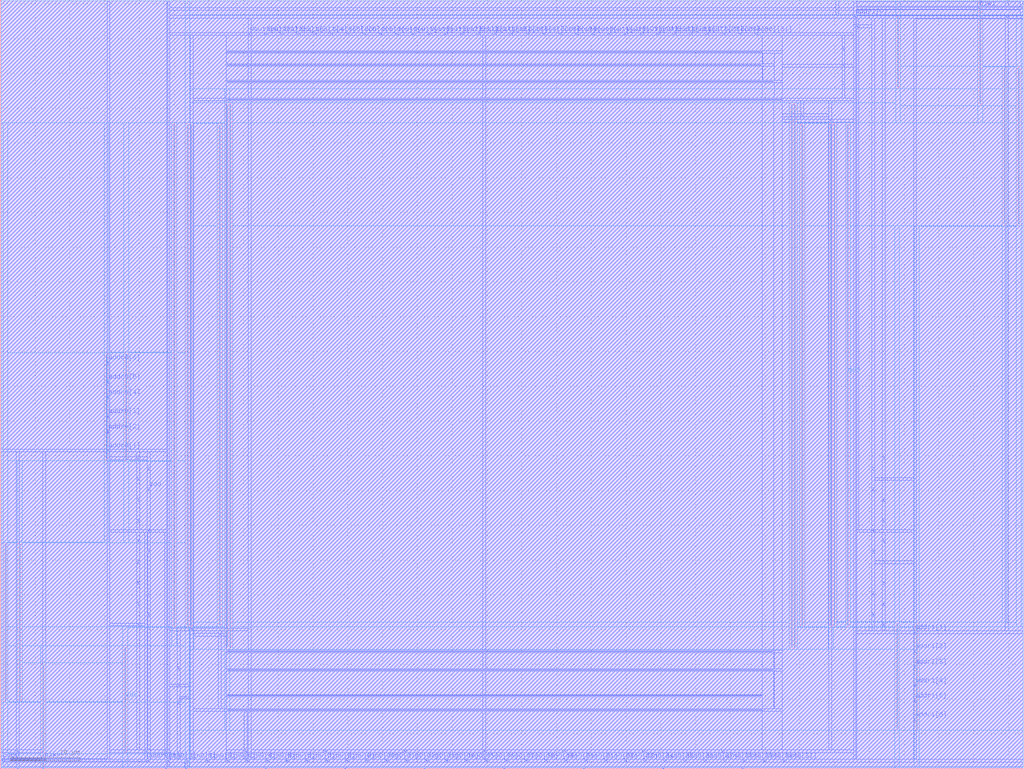
<source format=lef>
VERSION 5.4 ;
NAMESCASESENSITIVE ON ;
BUSBITCHARS "[]" ;
DIVIDERCHAR "/" ;
UNITS
  DATABASE MICRONS 2000 ;
END UNITS
MACRO freepdk45_sram_1w1r_96x32_32
   CLASS BLOCK ;
   SIZE 147.245 BY 110.59 ;
   SYMMETRY X Y R90 ;
   PIN din0[0]
      DIRECTION INPUT ;
      PORT
         LAYER metal3 ;
         RECT  24.075 1.1075 24.21 1.2425 ;
      END
   END din0[0]
   PIN din0[1]
      DIRECTION INPUT ;
      PORT
         LAYER metal3 ;
         RECT  26.935 1.1075 27.07 1.2425 ;
      END
   END din0[1]
   PIN din0[2]
      DIRECTION INPUT ;
      PORT
         LAYER metal3 ;
         RECT  29.795 1.1075 29.93 1.2425 ;
      END
   END din0[2]
   PIN din0[3]
      DIRECTION INPUT ;
      PORT
         LAYER metal3 ;
         RECT  32.655 1.1075 32.79 1.2425 ;
      END
   END din0[3]
   PIN din0[4]
      DIRECTION INPUT ;
      PORT
         LAYER metal3 ;
         RECT  35.515 1.1075 35.65 1.2425 ;
      END
   END din0[4]
   PIN din0[5]
      DIRECTION INPUT ;
      PORT
         LAYER metal3 ;
         RECT  38.375 1.1075 38.51 1.2425 ;
      END
   END din0[5]
   PIN din0[6]
      DIRECTION INPUT ;
      PORT
         LAYER metal3 ;
         RECT  41.235 1.1075 41.37 1.2425 ;
      END
   END din0[6]
   PIN din0[7]
      DIRECTION INPUT ;
      PORT
         LAYER metal3 ;
         RECT  44.095 1.1075 44.23 1.2425 ;
      END
   END din0[7]
   PIN din0[8]
      DIRECTION INPUT ;
      PORT
         LAYER metal3 ;
         RECT  46.955 1.1075 47.09 1.2425 ;
      END
   END din0[8]
   PIN din0[9]
      DIRECTION INPUT ;
      PORT
         LAYER metal3 ;
         RECT  49.815 1.1075 49.95 1.2425 ;
      END
   END din0[9]
   PIN din0[10]
      DIRECTION INPUT ;
      PORT
         LAYER metal3 ;
         RECT  52.675 1.1075 52.81 1.2425 ;
      END
   END din0[10]
   PIN din0[11]
      DIRECTION INPUT ;
      PORT
         LAYER metal3 ;
         RECT  55.535 1.1075 55.67 1.2425 ;
      END
   END din0[11]
   PIN din0[12]
      DIRECTION INPUT ;
      PORT
         LAYER metal3 ;
         RECT  58.395 1.1075 58.53 1.2425 ;
      END
   END din0[12]
   PIN din0[13]
      DIRECTION INPUT ;
      PORT
         LAYER metal3 ;
         RECT  61.255 1.1075 61.39 1.2425 ;
      END
   END din0[13]
   PIN din0[14]
      DIRECTION INPUT ;
      PORT
         LAYER metal3 ;
         RECT  64.115 1.1075 64.25 1.2425 ;
      END
   END din0[14]
   PIN din0[15]
      DIRECTION INPUT ;
      PORT
         LAYER metal3 ;
         RECT  66.975 1.1075 67.11 1.2425 ;
      END
   END din0[15]
   PIN din0[16]
      DIRECTION INPUT ;
      PORT
         LAYER metal3 ;
         RECT  69.835 1.1075 69.97 1.2425 ;
      END
   END din0[16]
   PIN din0[17]
      DIRECTION INPUT ;
      PORT
         LAYER metal3 ;
         RECT  72.695 1.1075 72.83 1.2425 ;
      END
   END din0[17]
   PIN din0[18]
      DIRECTION INPUT ;
      PORT
         LAYER metal3 ;
         RECT  75.555 1.1075 75.69 1.2425 ;
      END
   END din0[18]
   PIN din0[19]
      DIRECTION INPUT ;
      PORT
         LAYER metal3 ;
         RECT  78.415 1.1075 78.55 1.2425 ;
      END
   END din0[19]
   PIN din0[20]
      DIRECTION INPUT ;
      PORT
         LAYER metal3 ;
         RECT  81.275 1.1075 81.41 1.2425 ;
      END
   END din0[20]
   PIN din0[21]
      DIRECTION INPUT ;
      PORT
         LAYER metal3 ;
         RECT  84.135 1.1075 84.27 1.2425 ;
      END
   END din0[21]
   PIN din0[22]
      DIRECTION INPUT ;
      PORT
         LAYER metal3 ;
         RECT  86.995 1.1075 87.13 1.2425 ;
      END
   END din0[22]
   PIN din0[23]
      DIRECTION INPUT ;
      PORT
         LAYER metal3 ;
         RECT  89.855 1.1075 89.99 1.2425 ;
      END
   END din0[23]
   PIN din0[24]
      DIRECTION INPUT ;
      PORT
         LAYER metal3 ;
         RECT  92.715 1.1075 92.85 1.2425 ;
      END
   END din0[24]
   PIN din0[25]
      DIRECTION INPUT ;
      PORT
         LAYER metal3 ;
         RECT  95.575 1.1075 95.71 1.2425 ;
      END
   END din0[25]
   PIN din0[26]
      DIRECTION INPUT ;
      PORT
         LAYER metal3 ;
         RECT  98.435 1.1075 98.57 1.2425 ;
      END
   END din0[26]
   PIN din0[27]
      DIRECTION INPUT ;
      PORT
         LAYER metal3 ;
         RECT  101.295 1.1075 101.43 1.2425 ;
      END
   END din0[27]
   PIN din0[28]
      DIRECTION INPUT ;
      PORT
         LAYER metal3 ;
         RECT  104.155 1.1075 104.29 1.2425 ;
      END
   END din0[28]
   PIN din0[29]
      DIRECTION INPUT ;
      PORT
         LAYER metal3 ;
         RECT  107.015 1.1075 107.15 1.2425 ;
      END
   END din0[29]
   PIN din0[30]
      DIRECTION INPUT ;
      PORT
         LAYER metal3 ;
         RECT  109.875 1.1075 110.01 1.2425 ;
      END
   END din0[30]
   PIN din0[31]
      DIRECTION INPUT ;
      PORT
         LAYER metal3 ;
         RECT  112.735 1.1075 112.87 1.2425 ;
      END
   END din0[31]
   PIN addr0[0]
      DIRECTION INPUT ;
      PORT
         LAYER metal3 ;
         RECT  21.215 1.1075 21.35 1.2425 ;
      END
   END addr0[0]
   PIN addr0[1]
      DIRECTION INPUT ;
      PORT
         LAYER metal3 ;
         RECT  15.495 45.6975 15.63 45.8325 ;
      END
   END addr0[1]
   PIN addr0[2]
      DIRECTION INPUT ;
      PORT
         LAYER metal3 ;
         RECT  15.495 48.4275 15.63 48.5625 ;
      END
   END addr0[2]
   PIN addr0[3]
      DIRECTION INPUT ;
      PORT
         LAYER metal3 ;
         RECT  15.495 50.6375 15.63 50.7725 ;
      END
   END addr0[3]
   PIN addr0[4]
      DIRECTION INPUT ;
      PORT
         LAYER metal3 ;
         RECT  15.495 53.3675 15.63 53.5025 ;
      END
   END addr0[4]
   PIN addr0[5]
      DIRECTION INPUT ;
      PORT
         LAYER metal3 ;
         RECT  15.495 55.5775 15.63 55.7125 ;
      END
   END addr0[5]
   PIN addr0[6]
      DIRECTION INPUT ;
      PORT
         LAYER metal3 ;
         RECT  15.495 58.3075 15.63 58.4425 ;
      END
   END addr0[6]
   PIN addr1[0]
      DIRECTION INPUT ;
      PORT
         LAYER metal3 ;
         RECT  122.895 108.0825 123.03 108.2175 ;
      END
   END addr1[0]
   PIN addr1[1]
      DIRECTION INPUT ;
      PORT
         LAYER metal3 ;
         RECT  131.475 19.5675 131.61 19.7025 ;
      END
   END addr1[1]
   PIN addr1[2]
      DIRECTION INPUT ;
      PORT
         LAYER metal3 ;
         RECT  131.475 16.8375 131.61 16.9725 ;
      END
   END addr1[2]
   PIN addr1[3]
      DIRECTION INPUT ;
      PORT
         LAYER metal3 ;
         RECT  131.475 14.6275 131.61 14.7625 ;
      END
   END addr1[3]
   PIN addr1[4]
      DIRECTION INPUT ;
      PORT
         LAYER metal3 ;
         RECT  131.475 11.8975 131.61 12.0325 ;
      END
   END addr1[4]
   PIN addr1[5]
      DIRECTION INPUT ;
      PORT
         LAYER metal3 ;
         RECT  131.475 9.6875 131.61 9.8225 ;
      END
   END addr1[5]
   PIN addr1[6]
      DIRECTION INPUT ;
      PORT
         LAYER metal3 ;
         RECT  131.475 6.9575 131.61 7.0925 ;
      END
   END addr1[6]
   PIN csb0
      DIRECTION INPUT ;
      PORT
         LAYER metal3 ;
         RECT  0.285 1.1075 0.42 1.2425 ;
      END
   END csb0
   PIN csb1
      DIRECTION INPUT ;
      PORT
         LAYER metal3 ;
         RECT  146.825 109.3475 146.96 109.4825 ;
      END
   END csb1
   PIN clk0
      DIRECTION INPUT ;
      PORT
         LAYER metal3 ;
         RECT  6.2475 1.1925 6.3825 1.3275 ;
      END
   END clk0
   PIN clk1
      DIRECTION INPUT ;
      PORT
         LAYER metal3 ;
         RECT  140.7225 109.2625 140.8575 109.3975 ;
      END
   END clk1
   PIN dout1[0]
      DIRECTION OUTPUT ;
      PORT
         LAYER metal3 ;
         RECT  35.8225 105.595 35.9575 105.73 ;
      END
   END dout1[0]
   PIN dout1[1]
      DIRECTION OUTPUT ;
      PORT
         LAYER metal3 ;
         RECT  38.1725 105.595 38.3075 105.73 ;
      END
   END dout1[1]
   PIN dout1[2]
      DIRECTION OUTPUT ;
      PORT
         LAYER metal3 ;
         RECT  40.5225 105.595 40.6575 105.73 ;
      END
   END dout1[2]
   PIN dout1[3]
      DIRECTION OUTPUT ;
      PORT
         LAYER metal3 ;
         RECT  42.8725 105.595 43.0075 105.73 ;
      END
   END dout1[3]
   PIN dout1[4]
      DIRECTION OUTPUT ;
      PORT
         LAYER metal3 ;
         RECT  45.2225 105.595 45.3575 105.73 ;
      END
   END dout1[4]
   PIN dout1[5]
      DIRECTION OUTPUT ;
      PORT
         LAYER metal3 ;
         RECT  47.5725 105.595 47.7075 105.73 ;
      END
   END dout1[5]
   PIN dout1[6]
      DIRECTION OUTPUT ;
      PORT
         LAYER metal3 ;
         RECT  49.9225 105.595 50.0575 105.73 ;
      END
   END dout1[6]
   PIN dout1[7]
      DIRECTION OUTPUT ;
      PORT
         LAYER metal3 ;
         RECT  52.2725 105.595 52.4075 105.73 ;
      END
   END dout1[7]
   PIN dout1[8]
      DIRECTION OUTPUT ;
      PORT
         LAYER metal3 ;
         RECT  54.6225 105.595 54.7575 105.73 ;
      END
   END dout1[8]
   PIN dout1[9]
      DIRECTION OUTPUT ;
      PORT
         LAYER metal3 ;
         RECT  56.9725 105.595 57.1075 105.73 ;
      END
   END dout1[9]
   PIN dout1[10]
      DIRECTION OUTPUT ;
      PORT
         LAYER metal3 ;
         RECT  59.3225 105.595 59.4575 105.73 ;
      END
   END dout1[10]
   PIN dout1[11]
      DIRECTION OUTPUT ;
      PORT
         LAYER metal3 ;
         RECT  61.6725 105.595 61.8075 105.73 ;
      END
   END dout1[11]
   PIN dout1[12]
      DIRECTION OUTPUT ;
      PORT
         LAYER metal3 ;
         RECT  64.0225 105.595 64.1575 105.73 ;
      END
   END dout1[12]
   PIN dout1[13]
      DIRECTION OUTPUT ;
      PORT
         LAYER metal3 ;
         RECT  66.3725 105.595 66.5075 105.73 ;
      END
   END dout1[13]
   PIN dout1[14]
      DIRECTION OUTPUT ;
      PORT
         LAYER metal3 ;
         RECT  68.7225 105.595 68.8575 105.73 ;
      END
   END dout1[14]
   PIN dout1[15]
      DIRECTION OUTPUT ;
      PORT
         LAYER metal3 ;
         RECT  71.0725 105.595 71.2075 105.73 ;
      END
   END dout1[15]
   PIN dout1[16]
      DIRECTION OUTPUT ;
      PORT
         LAYER metal3 ;
         RECT  73.4225 105.595 73.5575 105.73 ;
      END
   END dout1[16]
   PIN dout1[17]
      DIRECTION OUTPUT ;
      PORT
         LAYER metal3 ;
         RECT  75.7725 105.595 75.9075 105.73 ;
      END
   END dout1[17]
   PIN dout1[18]
      DIRECTION OUTPUT ;
      PORT
         LAYER metal3 ;
         RECT  78.1225 105.595 78.2575 105.73 ;
      END
   END dout1[18]
   PIN dout1[19]
      DIRECTION OUTPUT ;
      PORT
         LAYER metal3 ;
         RECT  80.4725 105.595 80.6075 105.73 ;
      END
   END dout1[19]
   PIN dout1[20]
      DIRECTION OUTPUT ;
      PORT
         LAYER metal3 ;
         RECT  82.8225 105.595 82.9575 105.73 ;
      END
   END dout1[20]
   PIN dout1[21]
      DIRECTION OUTPUT ;
      PORT
         LAYER metal3 ;
         RECT  85.1725 105.595 85.3075 105.73 ;
      END
   END dout1[21]
   PIN dout1[22]
      DIRECTION OUTPUT ;
      PORT
         LAYER metal3 ;
         RECT  87.5225 105.595 87.6575 105.73 ;
      END
   END dout1[22]
   PIN dout1[23]
      DIRECTION OUTPUT ;
      PORT
         LAYER metal3 ;
         RECT  89.8725 105.595 90.0075 105.73 ;
      END
   END dout1[23]
   PIN dout1[24]
      DIRECTION OUTPUT ;
      PORT
         LAYER metal3 ;
         RECT  92.2225 105.595 92.3575 105.73 ;
      END
   END dout1[24]
   PIN dout1[25]
      DIRECTION OUTPUT ;
      PORT
         LAYER metal3 ;
         RECT  94.5725 105.595 94.7075 105.73 ;
      END
   END dout1[25]
   PIN dout1[26]
      DIRECTION OUTPUT ;
      PORT
         LAYER metal3 ;
         RECT  96.9225 105.595 97.0575 105.73 ;
      END
   END dout1[26]
   PIN dout1[27]
      DIRECTION OUTPUT ;
      PORT
         LAYER metal3 ;
         RECT  99.2725 105.595 99.4075 105.73 ;
      END
   END dout1[27]
   PIN dout1[28]
      DIRECTION OUTPUT ;
      PORT
         LAYER metal3 ;
         RECT  101.6225 105.595 101.7575 105.73 ;
      END
   END dout1[28]
   PIN dout1[29]
      DIRECTION OUTPUT ;
      PORT
         LAYER metal3 ;
         RECT  103.9725 105.595 104.1075 105.73 ;
      END
   END dout1[29]
   PIN dout1[30]
      DIRECTION OUTPUT ;
      PORT
         LAYER metal3 ;
         RECT  106.3225 105.595 106.4575 105.73 ;
      END
   END dout1[30]
   PIN dout1[31]
      DIRECTION OUTPUT ;
      PORT
         LAYER metal3 ;
         RECT  108.6725 105.595 108.8075 105.73 ;
      END
   END dout1[31]
   PIN vdd
      DIRECTION INOUT ;
      USE POWER ; 
      SHAPE ABUTMENT ; 
      PORT
         LAYER metal4 ;
         RECT  26.865 20.67 27.005 92.64 ;
         LAYER metal4 ;
         RECT  129.035 98.1 129.175 108.12 ;
         LAYER metal3 ;
         RECT  125.4625 34.1275 125.5975 34.2625 ;
         LAYER metal3 ;
         RECT  69.5525 2.4725 69.6875 2.6075 ;
         LAYER metal3 ;
         RECT  2.425 2.4725 2.56 2.6075 ;
         LAYER metal4 ;
         RECT  0.6875 9.8475 0.8275 32.25 ;
         LAYER metal3 ;
         RECT  27.485 19.965 27.62 20.1 ;
         LAYER metal3 ;
         RECT  32.6375 96.185 112.2975 96.255 ;
         LAYER metal3 ;
         RECT  125.4625 25.1575 125.5975 25.2925 ;
         LAYER metal3 ;
         RECT  125.4625 22.1675 125.5975 22.3025 ;
         LAYER metal3 ;
         RECT  32.6375 8.415 109.4775 8.485 ;
         LAYER metal4 ;
         RECT  146.4175 78.34 146.5575 100.7425 ;
         LAYER metal3 ;
         RECT  125.4625 31.1375 125.5975 31.2725 ;
         LAYER metal4 ;
         RECT  131.755 5.85 131.895 20.81 ;
         LAYER metal4 ;
         RECT  15.21 44.59 15.35 59.55 ;
         LAYER metal4 ;
         RECT  32.57 17.5 32.71 95.49 ;
         LAYER metal3 ;
         RECT  119.29 93.14 119.425 93.275 ;
         LAYER metal3 ;
         RECT  31.4925 19.1775 31.6275 19.3125 ;
         LAYER metal3 ;
         RECT  103.8725 2.4725 104.0075 2.6075 ;
         LAYER metal3 ;
         RECT  25.575 11.9075 25.71 12.0425 ;
         LAYER metal3 ;
         RECT  58.1125 2.4725 58.2475 2.6075 ;
         LAYER metal4 ;
         RECT  119.905 20.67 120.045 92.64 ;
         LAYER metal3 ;
         RECT  21.3125 34.1275 21.4475 34.2625 ;
         LAYER metal3 ;
         RECT  20.9325 2.4725 21.0675 2.6075 ;
         LAYER metal3 ;
         RECT  21.3125 22.1675 21.4475 22.3025 ;
         LAYER metal3 ;
         RECT  21.3125 25.1575 21.4475 25.2925 ;
         LAYER metal3 ;
         RECT  144.685 107.9825 144.82 108.1175 ;
         LAYER metal3 ;
         RECT  92.4325 2.4725 92.5675 2.6075 ;
         LAYER metal4 ;
         RECT  114.2 17.5 114.34 95.49 ;
         LAYER metal4 ;
         RECT  115.28 20.67 115.42 92.57 ;
         LAYER metal3 ;
         RECT  32.6375 16.805 111.1225 16.875 ;
         LAYER metal3 ;
         RECT  21.3125 31.1375 21.4475 31.2725 ;
         LAYER metal3 ;
         RECT  21.3125 43.0975 21.4475 43.2325 ;
         LAYER metal4 ;
         RECT  31.49 20.67 31.63 92.57 ;
         LAYER metal3 ;
         RECT  123.1775 106.7175 123.3125 106.8525 ;
         LAYER metal4 ;
         RECT  17.93 2.47 18.07 17.43 ;
         LAYER metal3 ;
         RECT  125.4625 43.0975 125.5975 43.2325 ;
         LAYER metal3 ;
         RECT  32.6375 103.0375 109.4775 103.1075 ;
         LAYER metal3 ;
         RECT  23.7925 2.4725 23.9275 2.6075 ;
         LAYER metal3 ;
         RECT  35.2325 2.4725 35.3675 2.6075 ;
         LAYER metal3 ;
         RECT  125.4625 40.1075 125.5975 40.2425 ;
         LAYER metal3 ;
         RECT  121.2 101.0175 121.335 101.1525 ;
         LAYER metal3 ;
         RECT  46.6725 2.4725 46.8075 2.6075 ;
         LAYER metal3 ;
         RECT  80.9925 2.4725 81.1275 2.6075 ;
         LAYER metal3 ;
         RECT  115.2825 93.9275 115.4175 94.0625 ;
         LAYER metal3 ;
         RECT  21.3125 40.1075 21.4475 40.2425 ;
      END
   END vdd
   PIN gnd
      DIRECTION INOUT ;
      USE GROUND ; 
      SHAPE ABUTMENT ; 
      PORT
         LAYER metal3 ;
         RECT  2.425 0.0025 2.56 0.1375 ;
         LAYER metal3 ;
         RECT  26.6525 0.0025 26.7875 0.1375 ;
         LAYER metal3 ;
         RECT  126.99 41.6025 127.125 41.7375 ;
         LAYER metal4 ;
         RECT  119.345 20.6375 119.485 92.6025 ;
         LAYER metal3 ;
         RECT  19.785 44.5925 19.92 44.7275 ;
         LAYER metal3 ;
         RECT  126.99 38.6125 127.125 38.7475 ;
         LAYER metal3 ;
         RECT  126.99 29.6425 127.125 29.7775 ;
         LAYER metal3 ;
         RECT  32.6375 10.465 109.4775 10.535 ;
         LAYER metal3 ;
         RECT  19.785 20.6725 19.92 20.8075 ;
         LAYER metal3 ;
         RECT  19.785 35.6225 19.92 35.7575 ;
         LAYER metal3 ;
         RECT  19.785 41.6025 19.92 41.7375 ;
         LAYER metal4 ;
         RECT  27.425 20.6375 27.565 92.6025 ;
         LAYER metal3 ;
         RECT  83.8525 0.0025 83.9875 0.1375 ;
         LAYER metal4 ;
         RECT  2.75 9.88 2.89 32.2825 ;
         LAYER metal4 ;
         RECT  24.93 20.6375 25.07 92.64 ;
         LAYER metal3 ;
         RECT  144.685 110.4525 144.82 110.5875 ;
         LAYER metal4 ;
         RECT  140.86 95.63 141.0 110.59 ;
         LAYER metal3 ;
         RECT  95.2925 0.0025 95.4275 0.1375 ;
         LAYER metal3 ;
         RECT  120.3175 109.1875 120.4525 109.3225 ;
         LAYER metal3 ;
         RECT  60.9725 0.0025 61.1075 0.1375 ;
         LAYER metal3 ;
         RECT  72.4125 0.0025 72.5475 0.1375 ;
         LAYER metal4 ;
         RECT  144.355 78.3075 144.495 100.71 ;
         LAYER metal3 ;
         RECT  23.7925 0.0025 23.9275 0.1375 ;
         LAYER metal3 ;
         RECT  121.2 103.4875 121.335 103.6225 ;
         LAYER metal3 ;
         RECT  121.2 98.5475 121.335 98.6825 ;
         LAYER metal3 ;
         RECT  19.785 26.6525 19.92 26.7875 ;
         LAYER metal3 ;
         RECT  25.575 14.3775 25.71 14.5125 ;
         LAYER metal3 ;
         RECT  126.99 26.6525 127.125 26.7875 ;
         LAYER metal3 ;
         RECT  32.6375 98.805 111.155 98.875 ;
         LAYER metal4 ;
         RECT  18.07 44.525 18.21 59.615 ;
         LAYER metal3 ;
         RECT  19.785 29.6425 19.92 29.7775 ;
         LAYER metal3 ;
         RECT  19.785 23.6625 19.92 23.7975 ;
         LAYER metal3 ;
         RECT  32.6375 101.145 109.5125 101.215 ;
         LAYER metal3 ;
         RECT  126.99 35.6225 127.125 35.7575 ;
         LAYER metal3 ;
         RECT  126.99 20.6725 127.125 20.8075 ;
         LAYER metal3 ;
         RECT  126.99 44.5925 127.125 44.7275 ;
         LAYER metal3 ;
         RECT  32.6375 14.185 111.155 14.255 ;
         LAYER metal3 ;
         RECT  126.99 23.6625 127.125 23.7975 ;
         LAYER metal3 ;
         RECT  19.785 32.6325 19.92 32.7675 ;
         LAYER metal4 ;
         RECT  113.74 17.5 113.88 95.49 ;
         LAYER metal3 ;
         RECT  49.5325 0.0025 49.6675 0.1375 ;
         LAYER metal3 ;
         RECT  19.785 38.6125 19.92 38.7475 ;
         LAYER metal3 ;
         RECT  38.0925 0.0025 38.2275 0.1375 ;
         LAYER metal3 ;
         RECT  106.7325 0.0025 106.8675 0.1375 ;
         LAYER metal4 ;
         RECT  6.105 0.0 6.245 14.96 ;
         LAYER metal3 ;
         RECT  126.99 32.6325 127.125 32.7675 ;
         LAYER metal3 ;
         RECT  25.575 9.4375 25.71 9.5725 ;
         LAYER metal4 ;
         RECT  128.895 5.785 129.035 20.875 ;
         LAYER metal4 ;
         RECT  33.03 17.5 33.17 95.49 ;
         LAYER metal4 ;
         RECT  121.84 20.6375 121.98 92.64 ;
      END
   END gnd
   OBS
   LAYER  metal1 ;
      RECT  0.14 0.14 147.105 110.45 ;
   LAYER  metal2 ;
      RECT  0.14 0.14 147.105 110.45 ;
   LAYER  metal3 ;
      RECT  24.35 0.9675 26.795 1.3825 ;
      RECT  27.21 0.9675 29.655 1.3825 ;
      RECT  30.07 0.9675 32.515 1.3825 ;
      RECT  32.93 0.9675 35.375 1.3825 ;
      RECT  35.79 0.9675 38.235 1.3825 ;
      RECT  38.65 0.9675 41.095 1.3825 ;
      RECT  41.51 0.9675 43.955 1.3825 ;
      RECT  44.37 0.9675 46.815 1.3825 ;
      RECT  47.23 0.9675 49.675 1.3825 ;
      RECT  50.09 0.9675 52.535 1.3825 ;
      RECT  52.95 0.9675 55.395 1.3825 ;
      RECT  55.81 0.9675 58.255 1.3825 ;
      RECT  58.67 0.9675 61.115 1.3825 ;
      RECT  61.53 0.9675 63.975 1.3825 ;
      RECT  64.39 0.9675 66.835 1.3825 ;
      RECT  67.25 0.9675 69.695 1.3825 ;
      RECT  70.11 0.9675 72.555 1.3825 ;
      RECT  72.97 0.9675 75.415 1.3825 ;
      RECT  75.83 0.9675 78.275 1.3825 ;
      RECT  78.69 0.9675 81.135 1.3825 ;
      RECT  81.55 0.9675 83.995 1.3825 ;
      RECT  84.41 0.9675 86.855 1.3825 ;
      RECT  87.27 0.9675 89.715 1.3825 ;
      RECT  90.13 0.9675 92.575 1.3825 ;
      RECT  92.99 0.9675 95.435 1.3825 ;
      RECT  95.85 0.9675 98.295 1.3825 ;
      RECT  98.71 0.9675 101.155 1.3825 ;
      RECT  101.57 0.9675 104.015 1.3825 ;
      RECT  104.43 0.9675 106.875 1.3825 ;
      RECT  107.29 0.9675 109.735 1.3825 ;
      RECT  110.15 0.9675 112.595 1.3825 ;
      RECT  113.01 0.9675 147.105 1.3825 ;
      RECT  21.49 0.9675 23.935 1.3825 ;
      RECT  0.14 45.5575 15.355 45.9725 ;
      RECT  0.14 45.9725 15.355 110.45 ;
      RECT  15.355 1.3825 15.77 45.5575 ;
      RECT  15.77 45.5575 23.935 45.9725 ;
      RECT  15.77 45.9725 23.935 110.45 ;
      RECT  15.355 45.9725 15.77 48.2875 ;
      RECT  15.355 48.7025 15.77 50.4975 ;
      RECT  15.355 50.9125 15.77 53.2275 ;
      RECT  15.355 53.6425 15.77 55.4375 ;
      RECT  15.355 55.8525 15.77 58.1675 ;
      RECT  15.355 58.5825 15.77 110.45 ;
      RECT  24.35 107.9425 122.755 108.3575 ;
      RECT  122.755 108.3575 123.17 110.45 ;
      RECT  123.17 1.3825 131.335 19.4275 ;
      RECT  123.17 19.4275 131.335 19.8425 ;
      RECT  131.335 19.8425 131.75 107.9425 ;
      RECT  131.75 1.3825 147.105 19.4275 ;
      RECT  131.75 19.4275 147.105 19.8425 ;
      RECT  131.335 17.1125 131.75 19.4275 ;
      RECT  131.335 14.9025 131.75 16.6975 ;
      RECT  131.335 12.1725 131.75 14.4875 ;
      RECT  131.335 9.9625 131.75 11.7575 ;
      RECT  131.335 1.3825 131.75 6.8175 ;
      RECT  131.335 7.2325 131.75 9.5475 ;
      RECT  0.14 0.9675 0.145 1.3825 ;
      RECT  146.685 108.3575 147.1 109.2075 ;
      RECT  146.685 109.6225 147.1 110.45 ;
      RECT  147.1 108.3575 147.105 109.2075 ;
      RECT  147.1 109.2075 147.105 109.6225 ;
      RECT  147.1 109.6225 147.105 110.45 ;
      RECT  0.14 1.3825 6.1075 1.4675 ;
      RECT  6.1075 1.4675 6.5225 45.5575 ;
      RECT  6.5225 1.3825 15.355 1.4675 ;
      RECT  6.5225 1.4675 15.355 45.5575 ;
      RECT  0.56 0.9675 6.1075 1.0525 ;
      RECT  0.56 1.0525 6.1075 1.3825 ;
      RECT  6.1075 0.9675 6.5225 1.0525 ;
      RECT  6.5225 0.9675 21.075 1.0525 ;
      RECT  6.5225 1.0525 21.075 1.3825 ;
      RECT  123.17 108.3575 140.5825 109.1225 ;
      RECT  123.17 109.1225 140.5825 109.2075 ;
      RECT  140.5825 108.3575 140.9975 109.1225 ;
      RECT  140.9975 108.3575 146.685 109.1225 ;
      RECT  140.9975 109.1225 146.685 109.2075 ;
      RECT  123.17 109.2075 140.5825 109.5375 ;
      RECT  123.17 109.5375 140.5825 109.6225 ;
      RECT  140.5825 109.5375 140.9975 109.6225 ;
      RECT  140.9975 109.2075 146.685 109.5375 ;
      RECT  140.9975 109.5375 146.685 109.6225 ;
      RECT  24.35 105.455 35.6825 105.87 ;
      RECT  24.35 105.87 35.6825 107.9425 ;
      RECT  35.6825 105.87 36.0975 107.9425 ;
      RECT  36.0975 105.87 122.755 107.9425 ;
      RECT  36.0975 105.455 38.0325 105.87 ;
      RECT  38.4475 105.455 40.3825 105.87 ;
      RECT  40.7975 105.455 42.7325 105.87 ;
      RECT  43.1475 105.455 45.0825 105.87 ;
      RECT  45.4975 105.455 47.4325 105.87 ;
      RECT  47.8475 105.455 49.7825 105.87 ;
      RECT  50.1975 105.455 52.1325 105.87 ;
      RECT  52.5475 105.455 54.4825 105.87 ;
      RECT  54.8975 105.455 56.8325 105.87 ;
      RECT  57.2475 105.455 59.1825 105.87 ;
      RECT  59.5975 105.455 61.5325 105.87 ;
      RECT  61.9475 105.455 63.8825 105.87 ;
      RECT  64.2975 105.455 66.2325 105.87 ;
      RECT  66.6475 105.455 68.5825 105.87 ;
      RECT  68.9975 105.455 70.9325 105.87 ;
      RECT  71.3475 105.455 73.2825 105.87 ;
      RECT  73.6975 105.455 75.6325 105.87 ;
      RECT  76.0475 105.455 77.9825 105.87 ;
      RECT  78.3975 105.455 80.3325 105.87 ;
      RECT  80.7475 105.455 82.6825 105.87 ;
      RECT  83.0975 105.455 85.0325 105.87 ;
      RECT  85.4475 105.455 87.3825 105.87 ;
      RECT  87.7975 105.455 89.7325 105.87 ;
      RECT  90.1475 105.455 92.0825 105.87 ;
      RECT  92.4975 105.455 94.4325 105.87 ;
      RECT  94.8475 105.455 96.7825 105.87 ;
      RECT  97.1975 105.455 99.1325 105.87 ;
      RECT  99.5475 105.455 101.4825 105.87 ;
      RECT  101.8975 105.455 103.8325 105.87 ;
      RECT  104.2475 105.455 106.1825 105.87 ;
      RECT  106.5975 105.455 108.5325 105.87 ;
      RECT  108.9475 105.455 122.755 105.87 ;
      RECT  123.17 19.8425 125.3225 33.9875 ;
      RECT  123.17 33.9875 125.3225 34.4025 ;
      RECT  125.7375 33.9875 131.335 34.4025 ;
      RECT  36.0975 1.3825 69.4125 2.3325 ;
      RECT  69.4125 1.3825 69.8275 2.3325 ;
      RECT  69.8275 1.3825 122.755 2.3325 ;
      RECT  0.14 1.4675 2.285 2.3325 ;
      RECT  0.14 2.3325 2.285 2.7475 ;
      RECT  0.14 2.7475 2.285 45.5575 ;
      RECT  2.285 1.4675 2.7 2.3325 ;
      RECT  2.285 2.7475 2.7 45.5575 ;
      RECT  2.7 1.4675 6.1075 2.3325 ;
      RECT  2.7 2.3325 6.1075 2.7475 ;
      RECT  2.7 2.7475 6.1075 45.5575 ;
      RECT  24.35 19.825 27.345 20.24 ;
      RECT  24.35 20.24 27.345 105.455 ;
      RECT  27.345 1.3825 27.76 19.825 ;
      RECT  27.345 20.24 27.76 105.455 ;
      RECT  27.76 19.825 35.6825 20.24 ;
      RECT  112.4375 96.045 122.755 96.395 ;
      RECT  27.76 20.24 32.4975 96.045 ;
      RECT  27.76 96.045 32.4975 96.395 ;
      RECT  27.76 96.395 32.4975 105.455 ;
      RECT  32.4975 20.24 35.6825 96.045 ;
      RECT  125.3225 19.8425 125.7375 22.0275 ;
      RECT  125.3225 22.4425 125.7375 25.0175 ;
      RECT  27.76 1.3825 32.4975 8.275 ;
      RECT  27.76 8.275 32.4975 8.625 ;
      RECT  35.6825 1.3825 36.0975 8.275 ;
      RECT  36.0975 2.7475 69.4125 8.275 ;
      RECT  69.4125 2.7475 69.8275 8.275 ;
      RECT  69.8275 2.7475 109.6175 8.275 ;
      RECT  109.6175 2.7475 112.4375 8.275 ;
      RECT  109.6175 8.275 112.4375 8.625 ;
      RECT  125.3225 25.4325 125.7375 30.9975 ;
      RECT  125.3225 31.4125 125.7375 33.9875 ;
      RECT  112.4375 2.7475 119.15 93.0 ;
      RECT  112.4375 93.0 119.15 93.415 ;
      RECT  119.15 2.7475 119.565 93.0 ;
      RECT  119.15 93.415 119.565 96.045 ;
      RECT  119.565 2.7475 122.755 93.0 ;
      RECT  119.565 93.0 122.755 93.415 ;
      RECT  119.565 93.415 122.755 96.045 ;
      RECT  27.76 8.625 31.3525 19.0375 ;
      RECT  27.76 19.0375 31.3525 19.4525 ;
      RECT  27.76 19.4525 31.3525 19.825 ;
      RECT  31.3525 8.625 31.7675 19.0375 ;
      RECT  31.3525 19.4525 31.7675 19.825 ;
      RECT  31.7675 8.625 32.4975 19.0375 ;
      RECT  31.7675 19.0375 32.4975 19.4525 ;
      RECT  31.7675 19.4525 32.4975 19.825 ;
      RECT  104.1475 2.3325 122.755 2.7475 ;
      RECT  24.35 1.3825 25.435 11.7675 ;
      RECT  24.35 11.7675 25.435 12.1825 ;
      RECT  24.35 12.1825 25.435 19.825 ;
      RECT  25.85 1.3825 27.345 11.7675 ;
      RECT  25.85 11.7675 27.345 12.1825 ;
      RECT  25.85 12.1825 27.345 19.825 ;
      RECT  58.3875 2.3325 69.4125 2.7475 ;
      RECT  15.77 33.9875 21.1725 34.4025 ;
      RECT  21.5875 33.9875 23.935 34.4025 ;
      RECT  21.5875 34.4025 23.935 45.5575 ;
      RECT  15.77 1.3825 20.7925 2.3325 ;
      RECT  15.77 2.3325 20.7925 2.7475 ;
      RECT  20.7925 1.3825 21.1725 2.3325 ;
      RECT  20.7925 2.7475 21.1725 33.9875 ;
      RECT  21.1725 1.3825 21.2075 2.3325 ;
      RECT  21.2075 1.3825 21.5875 2.3325 ;
      RECT  21.2075 2.3325 21.5875 2.7475 ;
      RECT  21.1725 2.7475 21.2075 22.0275 ;
      RECT  21.2075 2.7475 21.5875 22.0275 ;
      RECT  21.1725 22.4425 21.2075 25.0175 ;
      RECT  21.2075 22.4425 21.5875 25.0175 ;
      RECT  123.17 107.9425 144.545 108.2575 ;
      RECT  123.17 108.2575 144.545 108.3575 ;
      RECT  144.545 108.2575 144.96 108.3575 ;
      RECT  144.96 107.9425 147.105 108.2575 ;
      RECT  144.96 108.2575 147.105 108.3575 ;
      RECT  131.75 19.8425 144.545 107.8425 ;
      RECT  131.75 107.8425 144.545 107.9425 ;
      RECT  144.545 19.8425 144.96 107.8425 ;
      RECT  144.96 19.8425 147.105 107.8425 ;
      RECT  144.96 107.8425 147.105 107.9425 ;
      RECT  92.7075 2.3325 103.7325 2.7475 ;
      RECT  32.4975 17.015 35.6825 19.825 ;
      RECT  35.6825 17.015 36.0975 96.045 ;
      RECT  36.0975 17.015 69.4125 96.045 ;
      RECT  69.4125 17.015 69.8275 96.045 ;
      RECT  69.8275 17.015 109.6175 96.045 ;
      RECT  109.6175 17.015 111.2625 96.045 ;
      RECT  111.2625 16.665 112.4375 17.015 ;
      RECT  111.2625 17.015 112.4375 96.045 ;
      RECT  21.1725 25.4325 21.2075 30.9975 ;
      RECT  21.1725 31.4125 21.2075 33.9875 ;
      RECT  21.2075 25.4325 21.5875 30.9975 ;
      RECT  21.2075 31.4125 21.5875 33.9875 ;
      RECT  21.1725 43.3725 21.5875 45.5575 ;
      RECT  122.755 1.3825 123.0375 106.5775 ;
      RECT  122.755 106.5775 123.0375 106.9925 ;
      RECT  122.755 106.9925 123.0375 107.9425 ;
      RECT  123.0375 1.3825 123.17 106.5775 ;
      RECT  123.0375 106.9925 123.17 107.9425 ;
      RECT  123.17 34.4025 123.4525 106.5775 ;
      RECT  123.17 106.9925 123.4525 107.9425 ;
      RECT  123.4525 34.4025 125.3225 106.5775 ;
      RECT  123.4525 106.5775 125.3225 106.9925 ;
      RECT  123.4525 106.9925 125.3225 107.9425 ;
      RECT  125.3225 43.3725 125.7375 107.9425 ;
      RECT  35.6825 103.2475 36.0975 105.455 ;
      RECT  36.0975 103.2475 69.4125 105.455 ;
      RECT  69.4125 103.2475 69.8275 105.455 ;
      RECT  69.8275 103.2475 109.6175 105.455 ;
      RECT  109.6175 102.8975 112.4375 103.2475 ;
      RECT  109.6175 103.2475 112.4375 105.455 ;
      RECT  32.4975 103.2475 35.6825 105.455 ;
      RECT  23.935 1.3825 24.0675 2.3325 ;
      RECT  23.935 2.7475 24.0675 110.45 ;
      RECT  24.0675 1.3825 24.35 2.3325 ;
      RECT  24.0675 2.3325 24.35 2.7475 ;
      RECT  24.0675 2.7475 24.35 110.45 ;
      RECT  21.5875 1.3825 23.6525 2.3325 ;
      RECT  21.5875 2.3325 23.6525 2.7475 ;
      RECT  21.5875 2.7475 23.6525 33.9875 ;
      RECT  23.6525 1.3825 23.935 2.3325 ;
      RECT  23.6525 2.7475 23.935 33.9875 ;
      RECT  32.4975 1.3825 35.0925 2.3325 ;
      RECT  32.4975 2.3325 35.0925 2.7475 ;
      RECT  32.4975 2.7475 35.0925 8.275 ;
      RECT  35.0925 1.3825 35.5075 2.3325 ;
      RECT  35.0925 2.7475 35.5075 8.275 ;
      RECT  35.5075 1.3825 35.6825 2.3325 ;
      RECT  35.5075 2.3325 35.6825 2.7475 ;
      RECT  35.5075 2.7475 35.6825 8.275 ;
      RECT  125.3225 34.4025 125.7375 39.9675 ;
      RECT  125.3225 40.3825 125.7375 42.9575 ;
      RECT  112.4375 96.395 121.06 100.8775 ;
      RECT  112.4375 100.8775 121.06 101.2925 ;
      RECT  112.4375 101.2925 121.06 105.455 ;
      RECT  121.475 96.395 122.755 100.8775 ;
      RECT  121.475 100.8775 122.755 101.2925 ;
      RECT  121.475 101.2925 122.755 105.455 ;
      RECT  36.0975 2.3325 46.5325 2.7475 ;
      RECT  46.9475 2.3325 57.9725 2.7475 ;
      RECT  69.8275 2.3325 80.8525 2.7475 ;
      RECT  81.2675 2.3325 92.2925 2.7475 ;
      RECT  112.4375 93.415 115.1425 93.7875 ;
      RECT  112.4375 93.7875 115.1425 94.2025 ;
      RECT  112.4375 94.2025 115.1425 96.045 ;
      RECT  115.1425 93.415 115.5575 93.7875 ;
      RECT  115.1425 94.2025 115.5575 96.045 ;
      RECT  115.5575 93.415 119.15 93.7875 ;
      RECT  115.5575 93.7875 119.15 94.2025 ;
      RECT  115.5575 94.2025 119.15 96.045 ;
      RECT  21.1725 34.4025 21.5875 39.9675 ;
      RECT  21.1725 40.3825 21.5875 42.9575 ;
      RECT  0.14 0.14 2.285 0.2775 ;
      RECT  0.14 0.2775 2.285 0.9675 ;
      RECT  2.285 0.2775 2.7 0.9675 ;
      RECT  2.7 0.2775 23.935 0.9675 ;
      RECT  24.35 0.14 26.5125 0.2775 ;
      RECT  24.35 0.2775 26.5125 0.9675 ;
      RECT  26.5125 0.2775 26.9275 0.9675 ;
      RECT  26.9275 0.2775 147.105 0.9675 ;
      RECT  125.7375 34.4025 126.85 41.4625 ;
      RECT  125.7375 41.4625 126.85 41.8775 ;
      RECT  125.7375 41.8775 126.85 107.9425 ;
      RECT  127.265 34.4025 131.335 41.4625 ;
      RECT  127.265 41.4625 131.335 41.8775 ;
      RECT  127.265 41.8775 131.335 107.9425 ;
      RECT  15.77 34.4025 19.645 44.4525 ;
      RECT  15.77 44.4525 19.645 44.8675 ;
      RECT  15.77 44.8675 19.645 45.5575 ;
      RECT  19.645 44.8675 20.06 45.5575 ;
      RECT  20.06 34.4025 21.1725 44.4525 ;
      RECT  20.06 44.4525 21.1725 44.8675 ;
      RECT  20.06 44.8675 21.1725 45.5575 ;
      RECT  126.85 38.8875 127.265 41.4625 ;
      RECT  125.7375 19.8425 126.85 29.5025 ;
      RECT  125.7375 29.5025 126.85 29.9175 ;
      RECT  125.7375 29.9175 126.85 33.9875 ;
      RECT  127.265 19.8425 131.335 29.5025 ;
      RECT  127.265 29.5025 131.335 29.9175 ;
      RECT  127.265 29.9175 131.335 33.9875 ;
      RECT  32.4975 8.625 35.6825 10.325 ;
      RECT  35.6825 8.625 36.0975 10.325 ;
      RECT  36.0975 8.625 69.4125 10.325 ;
      RECT  69.4125 8.625 69.8275 10.325 ;
      RECT  69.8275 8.625 109.6175 10.325 ;
      RECT  15.77 2.7475 19.645 20.5325 ;
      RECT  15.77 20.5325 19.645 20.9475 ;
      RECT  15.77 20.9475 19.645 33.9875 ;
      RECT  19.645 2.7475 20.06 20.5325 ;
      RECT  20.06 2.7475 20.7925 20.5325 ;
      RECT  20.06 20.5325 20.7925 20.9475 ;
      RECT  20.06 20.9475 20.7925 33.9875 ;
      RECT  19.645 34.4025 20.06 35.4825 ;
      RECT  19.645 41.8775 20.06 44.4525 ;
      RECT  123.17 109.6225 144.545 110.3125 ;
      RECT  123.17 110.3125 144.545 110.45 ;
      RECT  144.545 109.6225 144.96 110.3125 ;
      RECT  144.96 109.6225 146.685 110.3125 ;
      RECT  144.96 110.3125 146.685 110.45 ;
      RECT  84.1275 0.14 95.1525 0.2775 ;
      RECT  24.35 108.3575 120.1775 109.0475 ;
      RECT  24.35 109.0475 120.1775 109.4625 ;
      RECT  24.35 109.4625 120.1775 110.45 ;
      RECT  120.1775 108.3575 120.5925 109.0475 ;
      RECT  120.1775 109.4625 120.5925 110.45 ;
      RECT  120.5925 108.3575 122.755 109.0475 ;
      RECT  120.5925 109.0475 122.755 109.4625 ;
      RECT  120.5925 109.4625 122.755 110.45 ;
      RECT  61.2475 0.14 72.2725 0.2775 ;
      RECT  72.6875 0.14 83.7125 0.2775 ;
      RECT  23.935 0.2775 24.0675 0.9675 ;
      RECT  24.0675 0.14 24.35 0.2775 ;
      RECT  24.0675 0.2775 24.35 0.9675 ;
      RECT  2.7 0.14 23.6525 0.2775 ;
      RECT  121.06 101.2925 121.475 103.3475 ;
      RECT  121.06 103.7625 121.475 105.455 ;
      RECT  121.06 96.395 121.475 98.4075 ;
      RECT  121.06 98.8225 121.475 100.8775 ;
      RECT  25.435 12.1825 25.85 14.2375 ;
      RECT  25.435 14.6525 25.85 19.825 ;
      RECT  126.85 26.9275 127.265 29.5025 ;
      RECT  35.6825 96.395 36.0975 98.665 ;
      RECT  36.0975 96.395 69.4125 98.665 ;
      RECT  69.4125 96.395 69.8275 98.665 ;
      RECT  69.8275 96.395 109.6175 98.665 ;
      RECT  109.6175 96.395 111.295 98.665 ;
      RECT  111.295 96.395 112.4375 98.665 ;
      RECT  111.295 98.665 112.4375 99.015 ;
      RECT  111.295 99.015 112.4375 102.8975 ;
      RECT  32.4975 96.395 35.6825 98.665 ;
      RECT  19.645 26.9275 20.06 29.5025 ;
      RECT  19.645 20.9475 20.06 23.5225 ;
      RECT  19.645 23.9375 20.06 26.5125 ;
      RECT  35.6825 99.015 36.0975 101.005 ;
      RECT  35.6825 101.355 36.0975 102.8975 ;
      RECT  36.0975 99.015 69.4125 101.005 ;
      RECT  36.0975 101.355 69.4125 102.8975 ;
      RECT  69.4125 99.015 69.8275 101.005 ;
      RECT  69.4125 101.355 69.8275 102.8975 ;
      RECT  69.8275 99.015 109.6175 101.005 ;
      RECT  69.8275 101.355 109.6175 102.8975 ;
      RECT  109.6175 99.015 109.6525 101.005 ;
      RECT  109.6175 101.355 109.6525 102.8975 ;
      RECT  109.6525 99.015 111.295 101.005 ;
      RECT  109.6525 101.005 111.295 101.355 ;
      RECT  109.6525 101.355 111.295 102.8975 ;
      RECT  32.4975 99.015 35.6825 101.005 ;
      RECT  32.4975 101.355 35.6825 102.8975 ;
      RECT  126.85 34.4025 127.265 35.4825 ;
      RECT  126.85 35.8975 127.265 38.4725 ;
      RECT  126.85 19.8425 127.265 20.5325 ;
      RECT  126.85 41.8775 127.265 44.4525 ;
      RECT  126.85 44.8675 127.265 107.9425 ;
      RECT  109.6175 8.625 111.2625 14.045 ;
      RECT  109.6175 14.395 111.2625 16.665 ;
      RECT  111.2625 8.625 111.295 14.045 ;
      RECT  111.2625 14.395 111.295 16.665 ;
      RECT  111.295 8.625 112.4375 14.045 ;
      RECT  111.295 14.045 112.4375 14.395 ;
      RECT  111.295 14.395 112.4375 16.665 ;
      RECT  32.4975 10.675 35.6825 14.045 ;
      RECT  32.4975 14.395 35.6825 16.665 ;
      RECT  35.6825 10.675 36.0975 14.045 ;
      RECT  35.6825 14.395 36.0975 16.665 ;
      RECT  36.0975 10.675 69.4125 14.045 ;
      RECT  36.0975 14.395 69.4125 16.665 ;
      RECT  69.4125 10.675 69.8275 14.045 ;
      RECT  69.4125 14.395 69.8275 16.665 ;
      RECT  69.8275 10.675 109.6175 14.045 ;
      RECT  69.8275 14.395 109.6175 16.665 ;
      RECT  126.85 20.9475 127.265 23.5225 ;
      RECT  126.85 23.9375 127.265 26.5125 ;
      RECT  19.645 29.9175 20.06 32.4925 ;
      RECT  19.645 32.9075 20.06 33.9875 ;
      RECT  49.8075 0.14 60.8325 0.2775 ;
      RECT  19.645 35.8975 20.06 38.4725 ;
      RECT  19.645 38.8875 20.06 41.4625 ;
      RECT  26.9275 0.14 37.9525 0.2775 ;
      RECT  38.3675 0.14 49.3925 0.2775 ;
      RECT  95.5675 0.14 106.5925 0.2775 ;
      RECT  107.0075 0.14 147.105 0.2775 ;
      RECT  126.85 29.9175 127.265 32.4925 ;
      RECT  126.85 32.9075 127.265 33.9875 ;
      RECT  25.435 1.3825 25.85 9.2975 ;
      RECT  25.435 9.7125 25.85 11.7675 ;
   LAYER  metal4 ;
      RECT  0.14 92.92 26.585 110.45 ;
      RECT  26.585 92.92 27.285 110.45 ;
      RECT  27.285 97.82 128.755 108.4 ;
      RECT  27.285 108.4 128.755 110.45 ;
      RECT  128.755 92.92 129.455 97.82 ;
      RECT  128.755 108.4 129.455 110.45 ;
      RECT  0.14 0.14 0.4075 9.5675 ;
      RECT  0.14 9.5675 0.4075 20.39 ;
      RECT  0.4075 0.14 1.1075 9.5675 ;
      RECT  0.14 20.39 0.4075 32.53 ;
      RECT  0.14 32.53 0.4075 92.92 ;
      RECT  0.4075 32.53 1.1075 92.92 ;
      RECT  146.1375 20.39 146.8375 78.06 ;
      RECT  146.8375 20.39 147.105 78.06 ;
      RECT  146.8375 78.06 147.105 92.92 ;
      RECT  146.8375 92.92 147.105 97.82 ;
      RECT  146.1375 101.0225 146.8375 108.4 ;
      RECT  146.8375 97.82 147.105 101.0225 ;
      RECT  146.8375 101.0225 147.105 108.4 ;
      RECT  131.475 0.14 132.175 5.57 ;
      RECT  132.175 0.14 147.105 5.57 ;
      RECT  132.175 5.57 147.105 20.39 ;
      RECT  131.475 21.09 132.175 78.06 ;
      RECT  132.175 20.39 146.1375 21.09 ;
      RECT  1.1075 44.31 14.93 59.83 ;
      RECT  1.1075 59.83 14.93 92.92 ;
      RECT  14.93 32.53 15.63 44.31 ;
      RECT  14.93 59.83 15.63 92.92 ;
      RECT  27.285 92.92 32.29 95.77 ;
      RECT  27.285 95.77 32.29 97.82 ;
      RECT  32.29 95.77 32.99 97.82 ;
      RECT  32.99 95.77 128.755 97.82 ;
      RECT  27.285 5.57 32.29 17.22 ;
      RECT  32.29 5.57 32.99 17.22 ;
      RECT  114.62 92.92 128.755 95.77 ;
      RECT  114.62 78.06 115.0 92.85 ;
      RECT  114.62 92.85 115.0 92.92 ;
      RECT  115.0 92.85 115.7 92.92 ;
      RECT  114.62 20.39 115.0 21.09 ;
      RECT  114.62 21.09 115.0 78.06 ;
      RECT  31.21 92.85 31.91 92.92 ;
      RECT  31.91 78.06 32.29 92.85 ;
      RECT  31.91 92.85 32.29 92.92 ;
      RECT  31.91 20.39 32.29 21.09 ;
      RECT  31.91 21.09 32.29 78.06 ;
      RECT  17.65 0.14 18.35 2.19 ;
      RECT  18.35 0.14 26.585 2.19 ;
      RECT  18.35 2.19 26.585 9.5675 ;
      RECT  17.65 17.71 18.35 20.39 ;
      RECT  18.35 9.5675 26.585 17.71 ;
      RECT  114.62 17.22 119.065 20.3575 ;
      RECT  114.62 20.3575 119.065 20.39 ;
      RECT  119.065 17.22 119.765 20.3575 ;
      RECT  115.7 78.06 119.065 92.85 ;
      RECT  115.7 92.85 119.065 92.8825 ;
      RECT  115.7 92.8825 119.065 92.92 ;
      RECT  119.065 92.8825 119.625 92.92 ;
      RECT  115.7 20.39 119.065 21.09 ;
      RECT  115.7 21.09 119.065 78.06 ;
      RECT  26.585 0.14 27.145 20.3575 ;
      RECT  26.585 20.3575 27.145 20.39 ;
      RECT  27.145 0.14 27.285 20.3575 ;
      RECT  27.285 17.22 27.845 20.3575 ;
      RECT  27.845 17.22 32.29 20.3575 ;
      RECT  27.845 20.3575 32.29 20.39 ;
      RECT  27.845 78.06 31.21 92.85 ;
      RECT  27.285 92.8825 27.845 92.92 ;
      RECT  27.845 92.85 31.21 92.8825 ;
      RECT  27.845 92.8825 31.21 92.92 ;
      RECT  27.845 20.39 31.21 21.09 ;
      RECT  27.845 21.09 31.21 78.06 ;
      RECT  1.1075 20.39 2.47 32.53 ;
      RECT  1.1075 32.53 2.47 32.5625 ;
      RECT  1.1075 32.5625 2.47 44.31 ;
      RECT  2.47 32.5625 3.17 44.31 ;
      RECT  3.17 32.53 14.93 32.5625 ;
      RECT  3.17 32.5625 14.93 44.31 ;
      RECT  1.1075 9.5675 2.47 9.6 ;
      RECT  1.1075 9.6 2.47 17.71 ;
      RECT  2.47 9.5675 3.17 9.6 ;
      RECT  1.1075 17.71 2.47 20.39 ;
      RECT  3.17 17.71 17.65 20.39 ;
      RECT  25.35 32.53 26.585 44.31 ;
      RECT  25.35 44.31 26.585 59.83 ;
      RECT  25.35 59.83 26.585 92.92 ;
      RECT  18.35 17.71 24.65 20.3575 ;
      RECT  18.35 20.3575 24.65 20.39 ;
      RECT  24.65 17.71 25.35 20.3575 ;
      RECT  25.35 17.71 26.585 20.3575 ;
      RECT  25.35 20.3575 26.585 20.39 ;
      RECT  3.17 20.39 24.65 32.53 ;
      RECT  25.35 20.39 26.585 32.53 ;
      RECT  129.455 108.4 140.58 110.45 ;
      RECT  141.28 108.4 147.105 110.45 ;
      RECT  129.455 92.92 140.58 95.35 ;
      RECT  129.455 95.35 140.58 97.82 ;
      RECT  140.58 92.92 141.28 95.35 ;
      RECT  129.455 97.82 140.58 101.0225 ;
      RECT  129.455 101.0225 140.58 108.4 ;
      RECT  141.28 101.0225 146.1375 108.4 ;
      RECT  132.175 21.09 144.075 78.0275 ;
      RECT  132.175 78.0275 144.075 78.06 ;
      RECT  144.075 21.09 144.775 78.0275 ;
      RECT  144.775 21.09 146.1375 78.0275 ;
      RECT  144.775 78.0275 146.1375 78.06 ;
      RECT  144.775 78.06 146.1375 92.92 ;
      RECT  141.28 92.92 144.075 95.35 ;
      RECT  144.775 92.92 146.1375 95.35 ;
      RECT  141.28 95.35 144.075 97.82 ;
      RECT  144.775 95.35 146.1375 97.82 ;
      RECT  141.28 97.82 144.075 100.99 ;
      RECT  141.28 100.99 144.075 101.0225 ;
      RECT  144.075 100.99 144.775 101.0225 ;
      RECT  144.775 97.82 146.1375 100.99 ;
      RECT  144.775 100.99 146.1375 101.0225 ;
      RECT  15.63 32.53 17.79 44.245 ;
      RECT  15.63 44.245 17.79 44.31 ;
      RECT  17.79 32.53 18.49 44.245 ;
      RECT  18.49 32.53 24.65 44.245 ;
      RECT  18.49 44.245 24.65 44.31 ;
      RECT  15.63 44.31 17.79 59.83 ;
      RECT  18.49 44.31 24.65 59.83 ;
      RECT  15.63 59.83 17.79 59.895 ;
      RECT  15.63 59.895 17.79 92.92 ;
      RECT  17.79 59.895 18.49 92.92 ;
      RECT  18.49 59.83 24.65 59.895 ;
      RECT  18.49 59.895 24.65 92.92 ;
      RECT  1.1075 0.14 5.825 2.19 ;
      RECT  6.525 0.14 17.65 2.19 ;
      RECT  1.1075 2.19 5.825 9.5675 ;
      RECT  6.525 2.19 17.65 9.5675 ;
      RECT  3.17 9.5675 5.825 9.6 ;
      RECT  6.525 9.5675 17.65 9.6 ;
      RECT  3.17 9.6 5.825 15.24 ;
      RECT  3.17 15.24 5.825 17.71 ;
      RECT  5.825 15.24 6.525 17.71 ;
      RECT  6.525 9.6 17.65 15.24 ;
      RECT  6.525 15.24 17.65 17.71 ;
      RECT  27.285 0.14 128.615 5.505 ;
      RECT  27.285 5.505 128.615 5.57 ;
      RECT  128.615 0.14 129.315 5.505 ;
      RECT  129.315 0.14 131.475 5.505 ;
      RECT  129.315 5.505 131.475 5.57 ;
      RECT  32.99 5.57 128.615 17.22 ;
      RECT  129.315 5.57 131.475 17.22 ;
      RECT  129.315 20.39 131.475 21.09 ;
      RECT  128.615 21.155 129.315 78.06 ;
      RECT  129.315 21.09 131.475 21.155 ;
      RECT  129.315 21.155 131.475 78.06 ;
      RECT  119.765 17.22 128.615 20.3575 ;
      RECT  129.315 17.22 131.475 20.3575 ;
      RECT  129.315 20.3575 131.475 20.39 ;
      RECT  33.45 92.92 113.46 95.77 ;
      RECT  33.45 17.22 113.46 20.39 ;
      RECT  33.45 78.06 113.46 92.92 ;
      RECT  33.45 20.39 113.46 21.09 ;
      RECT  33.45 21.09 113.46 78.06 ;
      RECT  120.325 78.06 121.56 92.92 ;
      RECT  122.26 78.06 144.075 92.92 ;
      RECT  120.325 20.39 121.56 21.09 ;
      RECT  122.26 20.39 128.615 21.09 ;
      RECT  120.325 21.09 121.56 21.155 ;
      RECT  122.26 21.09 128.615 21.155 ;
      RECT  120.325 21.155 121.56 78.06 ;
      RECT  122.26 21.155 128.615 78.06 ;
      RECT  119.765 20.3575 121.56 20.39 ;
      RECT  122.26 20.3575 128.615 20.39 ;
   END
END    freepdk45_sram_1w1r_96x32_32
END    LIBRARY

</source>
